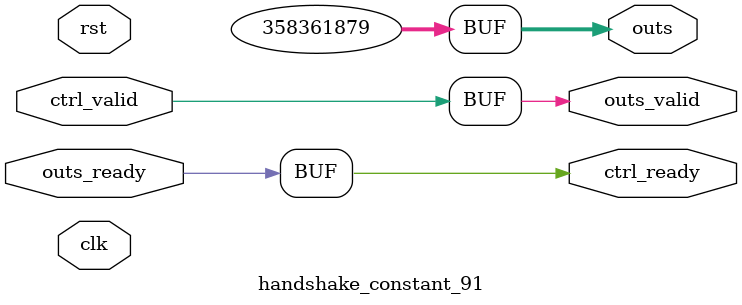
<source format=v>
`timescale 1ns / 1ps
module handshake_constant_91 #(
  parameter DATA_WIDTH = 32  // Default set to 32 bits
) (
  input                       clk,
  input                       rst,
  // Input Channel
  input                       ctrl_valid,
  output                      ctrl_ready,
  // Output Channel
  output [DATA_WIDTH - 1 : 0] outs,
  output                      outs_valid,
  input                       outs_ready
);
  assign outs       = 37'b0110000010101010111000010101100010111;
  assign outs_valid = ctrl_valid;
  assign ctrl_ready = outs_ready;

endmodule

</source>
